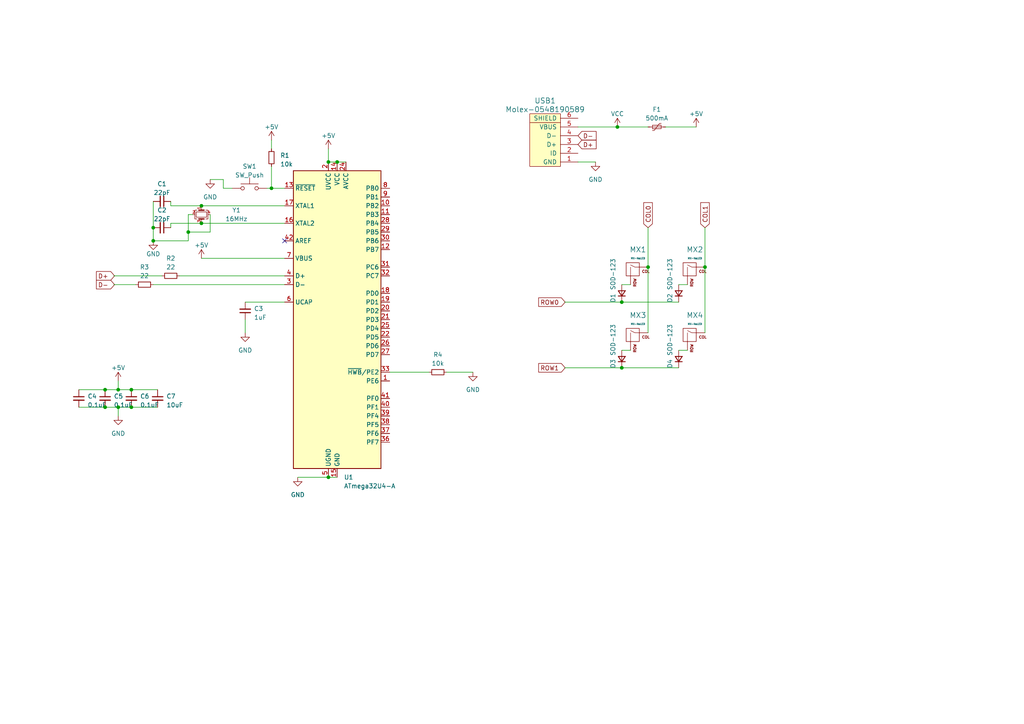
<source format=kicad_sch>
(kicad_sch (version 20230121) (generator eeschema)
  (paper "A4")
  (lib_symbols
    (symbol "Device:C_Small" (pin_numbers hide) (pin_names (offset 0.254) hide)
      (property "Reference" "C" (at 0.254 1.778 0))
      (property "Value" "C_Small" (at 0.254 -2.032 0))
      (symbol "C_Small_0_1"
        (polyline (pts (xy -1.524 -0.508) (xy 1.524 -0.508)) (stroke (width 0.3302)))
        (polyline (pts (xy -1.524 0.508) (xy 1.524 0.508)) (stroke (width 0.3048)))
      )
      (symbol "C_Small_1_1"
        (pin passive line (at 0 2.54 270) (length 2.032) (name "~") (number "1"))
        (pin passive line (at 0 -2.54 90) (length 2.032) (name "~") (number "2"))
      )
    )
    (symbol "Device:Crystal_GND24_Small" (pin_names (offset 1.016) hide)
      (property "Reference" "Y" (at 1.27 4.445 0))
      (property "Value" "Crystal_GND24_Small" (at 1.27 2.54 0))
      (symbol "Crystal_GND24_Small_0_1"
        (rectangle (start -0.762 -1.524) (end 0.762 1.524))
        (polyline (pts (xy -1.27 -0.762) (xy -1.27 0.762)) (stroke (width 0.381)))
        (polyline (pts (xy 1.27 -0.762) (xy 1.27 0.762)) (stroke (width 0.381)))
        (polyline (pts (xy -1.27 -1.27) (xy -1.27 -1.905) (xy 1.27 -1.905) (xy 1.27 -1.27)))
        (polyline (pts (xy -1.27 1.27) (xy -1.27 1.905) (xy 1.27 1.905) (xy 1.27 1.27)))
      )
      (symbol "Crystal_GND24_Small_1_1"
        (pin passive line (at -2.54 0 0) (length 1.27) (name "1") (number "1"))
        (pin passive line (at 0 -2.54 90) (length 0.635) (name "2") (number "2"))
        (pin passive line (at 2.54 0 180) (length 1.27) (name "3") (number "3"))
        (pin passive line (at 0 2.54 270) (length 0.635) (name "4") (number "4"))
      )
    )
    (symbol "Device:D_Small" (pin_numbers hide) (pin_names (offset 0.254) hide)
      (property "Reference" "D" (at -1.27 2.032 0))
      (property "Value" "D_Small" (at -3.81 -2.032 0))
      (symbol "D_Small_0_1"
        (polyline (pts (xy -0.762 -1.016) (xy -0.762 1.016)) (stroke (width 0.254)))
        (polyline (pts (xy -0.762 0) (xy 0.762 0)))
        (polyline (pts (xy 0.762 -1.016) (xy -0.762 0) (xy 0.762 1.016) (xy 0.762 -1.016)) (stroke (width 0.254)))
      )
      (symbol "D_Small_1_1"
        (pin passive line (at -2.54 0 0) (length 1.778) (name "K") (number "1"))
        (pin passive line (at 2.54 0 180) (length 1.778) (name "A") (number "2"))
      )
    )
    (symbol "Device:Polyfuse_Small" (pin_numbers hide) (pin_names (offset 0))
      (property "Reference" "F" (at -1.905 0 90))
      (property "Value" "Polyfuse_Small" (at 1.905 0 90))
      (symbol "Polyfuse_Small_0_1"
        (rectangle (start -0.508 1.27) (end 0.508 -1.27))
        (polyline (pts (xy 0 2.54) (xy 0 -2.54)))
        (polyline (pts (xy -1.016 1.27) (xy -1.016 0.762) (xy 1.016 -0.762) (xy 1.016 -1.27)))
      )
      (symbol "Polyfuse_Small_1_1"
        (pin passive line (at 0 2.54 270) (length 0.635) (name "~") (number "1"))
        (pin passive line (at 0 -2.54 90) (length 0.635) (name "~") (number "2"))
      )
    )
    (symbol "Device:R_Small" (pin_numbers hide) (pin_names (offset 0.254) hide)
      (property "Reference" "R" (at 0.762 0.508 0))
      (property "Value" "R_Small" (at 0.762 -1.016 0))
      (symbol "R_Small_0_1"
        (rectangle (start -0.762 1.778) (end 0.762 -1.778) (stroke (width 0.2032)))
      )
      (symbol "R_Small_1_1"
        (pin passive line (at 0 2.54 270) (length 0.762) (name "~") (number "1"))
        (pin passive line (at 0 -2.54 90) (length 0.762) (name "~") (number "2"))
      )
    )
    (symbol "MCU_Microchip_ATmega:ATmega32U4-A"
      (property "Reference" "U" (at -12.7 44.45 0))
      (property "Value" "ATmega32U4-A" (at 2.54 -44.45 0))
      (symbol "ATmega32U4-A_0_1"
        (rectangle (start -12.7 -43.18) (end 12.7 43.18) (stroke (width 0.254)) (fill (type background)))
      )
      (symbol "ATmega32U4-A_1_1"
        (pin bidirectional line (at 15.24 -17.78 180) (length 2.54) (name "PE6") (number "1"))
        (pin bidirectional line (at 15.24 33.02 180) (length 2.54) (name "PB2") (number "10"))
        (pin bidirectional line (at 15.24 30.48 180) (length 2.54) (name "PB3") (number "11"))
        (pin bidirectional line (at 15.24 20.32 180) (length 2.54) (name "PB7") (number "12"))
        (pin input line (at -15.24 38.1 0) (length 2.54) (name "~{RESET}") (number "13"))
        (pin power_in line (at 0 45.72 270) (length 2.54) (name "VCC") (number "14"))
        (pin power_in line (at 0 -45.72 90) (length 2.54) (name "GND") (number "15"))
        (pin output line (at -15.24 27.94 0) (length 2.54) (name "XTAL2") (number "16"))
        (pin input line (at -15.24 33.02 0) (length 2.54) (name "XTAL1") (number "17"))
        (pin bidirectional line (at 15.24 7.62 180) (length 2.54) (name "PD0") (number "18"))
        (pin bidirectional line (at 15.24 5.08 180) (length 2.54) (name "PD1") (number "19"))
        (pin power_in line (at -2.54 45.72 270) (length 2.54) (name "UVCC") (number "2"))
        (pin bidirectional line (at 15.24 2.54 180) (length 2.54) (name "PD2") (number "20"))
        (pin bidirectional line (at 15.24 0 180) (length 2.54) (name "PD3") (number "21"))
        (pin bidirectional line (at 15.24 -5.08 180) (length 2.54) (name "PD5") (number "22"))
        (pin passive line (at 0 -45.72 90) (length 2.54) hide (name "GND") (number "23"))
        (pin power_in line (at 2.54 45.72 270) (length 2.54) (name "AVCC") (number "24"))
        (pin bidirectional line (at 15.24 -2.54 180) (length 2.54) (name "PD4") (number "25"))
        (pin bidirectional line (at 15.24 -7.62 180) (length 2.54) (name "PD6") (number "26"))
        (pin bidirectional line (at 15.24 -10.16 180) (length 2.54) (name "PD7") (number "27"))
        (pin bidirectional line (at 15.24 27.94 180) (length 2.54) (name "PB4") (number "28"))
        (pin bidirectional line (at 15.24 25.4 180) (length 2.54) (name "PB5") (number "29"))
        (pin bidirectional line (at -15.24 10.16 0) (length 2.54) (name "D-") (number "3"))
        (pin bidirectional line (at 15.24 22.86 180) (length 2.54) (name "PB6") (number "30"))
        (pin bidirectional line (at 15.24 15.24 180) (length 2.54) (name "PC6") (number "31"))
        (pin bidirectional line (at 15.24 12.7 180) (length 2.54) (name "PC7") (number "32"))
        (pin bidirectional line (at 15.24 -15.24 180) (length 2.54) (name "~{HWB}/PE2") (number "33"))
        (pin passive line (at 0 45.72 270) (length 2.54) hide (name "VCC") (number "34"))
        (pin passive line (at 0 -45.72 90) (length 2.54) hide (name "GND") (number "35"))
        (pin bidirectional line (at 15.24 -35.56 180) (length 2.54) (name "PF7") (number "36"))
        (pin bidirectional line (at 15.24 -33.02 180) (length 2.54) (name "PF6") (number "37"))
        (pin bidirectional line (at 15.24 -30.48 180) (length 2.54) (name "PF5") (number "38"))
        (pin bidirectional line (at 15.24 -27.94 180) (length 2.54) (name "PF4") (number "39"))
        (pin bidirectional line (at -15.24 12.7 0) (length 2.54) (name "D+") (number "4"))
        (pin bidirectional line (at 15.24 -25.4 180) (length 2.54) (name "PF1") (number "40"))
        (pin bidirectional line (at 15.24 -22.86 180) (length 2.54) (name "PF0") (number "41"))
        (pin passive line (at -15.24 22.86 0) (length 2.54) (name "AREF") (number "42"))
        (pin passive line (at 0 -45.72 90) (length 2.54) hide (name "GND") (number "43"))
        (pin passive line (at 2.54 45.72 270) (length 2.54) hide (name "AVCC") (number "44"))
        (pin passive line (at -2.54 -45.72 90) (length 2.54) (name "UGND") (number "5"))
        (pin passive line (at -15.24 5.08 0) (length 2.54) (name "UCAP") (number "6"))
        (pin input line (at -15.24 17.78 0) (length 2.54) (name "VBUS") (number "7"))
        (pin bidirectional line (at 15.24 38.1 180) (length 2.54) (name "PB0") (number "8"))
        (pin bidirectional line (at 15.24 35.56 180) (length 2.54) (name "PB1") (number "9"))
      )
    )
    (symbol "MX_Alps_Hybrid:MX-NoLED" (pin_names (offset 1.016))
      (property "Reference" "MX" (at -0.635 3.81 0))
      (property "Value" "MX-NoLED" (at -0.635 1.27 0))
      (symbol "MX-NoLED_0_0"
        (rectangle (start -2.54 2.54) (end 1.27 -1.27))
        (polyline (pts (xy -1.27 -1.27) (xy -1.27 1.27)) (stroke (width 0.127)))
        (polyline (pts (xy 1.27 1.27) (xy 0 1.27) (xy -1.27 1.905)) (stroke (width 0.127)))
        (text "COL" (at 3.175 0 0) (effects (font (size 0.762 0.762))))
        (text "ROW" (at 0 -1.905 900) (effects (font (size 0.762 0.762)) (justify right)))
      )
      (symbol "MX-NoLED_1_1"
        (pin passive line (at 3.81 1.27 180) (length 2.54) (name "COL") (number "1"))
        (pin passive line (at -1.27 -3.81 90) (length 2.54) (name "ROW") (number "2"))
      )
    )
    (symbol "Switch:SW_Push" (pin_numbers hide) (pin_names (offset 1.016) hide)
      (property "Reference" "SW" (at 1.27 2.54 0))
      (property "Value" "SW_Push" (at 0 -1.524 0))
      (symbol "SW_Push_0_1"
        (circle (center -2.032 0) (radius 0.508))
        (polyline (pts (xy 0 1.27) (xy 0 3.048)))
        (polyline (pts (xy 2.54 1.27) (xy -2.54 1.27)))
        (circle (center 2.032 0) (radius 0.508))
        (pin passive line (at -5.08 0 0) (length 2.54) (name "1") (number "1"))
        (pin passive line (at 5.08 0 180) (length 2.54) (name "2") (number "2"))
      )
    )
    (symbol "power:+5V" (power) (pin_names (offset 0))
      (property "Value" "+5V" (at 0 3.556 0))
      (symbol "+5V_0_1"
        (polyline (pts (xy -0.762 1.27) (xy 0 2.54)))
        (polyline (pts (xy 0 0) (xy 0 2.54)))
        (polyline (pts (xy 0 2.54) (xy 0.762 1.27)))
      )
      (symbol "+5V_1_1"
        (pin power_in line (at 0 0 90) (length 0) hide (name "+5V") (number "1"))
      )
    )
    (symbol "power:GND" (power) (pin_names (offset 0))
      (property "Value" "GND" (at 0 -3.81 0))
      (symbol "GND_0_1"
        (polyline (pts (xy 0 0) (xy 0 -1.27) (xy 1.27 -1.27) (xy 0 -2.54) (xy -1.27 -1.27) (xy 0 -1.27)))
      )
      (symbol "GND_1_1"
        (pin power_in line (at 0 0 270) (length 0) hide (name "GND") (number "1"))
      )
    )
    (symbol "power:VCC" (power) (pin_names (offset 0))
      (property "Value" "VCC" (at 0 3.81 0))
      (symbol "VCC_0_1"
        (polyline (pts (xy -0.762 1.27) (xy 0 2.54)))
        (polyline (pts (xy 0 0) (xy 0 2.54)))
        (polyline (pts (xy 0 2.54) (xy 0.762 1.27)))
      )
      (symbol "VCC_1_1"
        (pin power_in line (at 0 0 90) (length 0) hide (name "VCC") (number "1"))
      )
    )
    (symbol "random-keyboard-parts:Molex-0548190589" (pin_names (offset 1.016))
      (property "Reference" "USB" (at 0 7.62 0))
      (property "Value" "Molex-0548190589" (at 0 10.16 0))
      (symbol "Molex-0548190589_0_0"
        (polyline (pts (xy 6.35 -2.54) (xy 6.35 6.35)))
        (rectangle (start 8.89 -2.54) (end -6.35 6.35) (fill (type background)))
      )
      (symbol "Molex-0548190589_1_1"
        (pin input line (at -5.08 -7.62 90) (length 5.08) (name "GND") (number "1"))
        (pin input line (at -2.54 -7.62 90) (length 5.08) (name "ID") (number "2"))
        (pin input line (at 0 -7.62 90) (length 5.08) (name "D+") (number "3"))
        (pin input line (at 2.54 -7.62 90) (length 5.08) (name "D-") (number "4"))
        (pin input line (at 5.08 -7.62 90) (length 5.08) (name "VBUS") (number "5"))
        (pin input line (at 7.62 -7.62 90) (length 5.08) (name "SHIELD") (number "6"))
      )
    )
  )
  (junction (at 34.29 113.03))
  (junction (at 38.1 113.03))
  (junction (at 54.61 67.31))
  (junction (at 187.96 77.47))
  (junction (at 30.48 113.03))
  (junction (at 78.74 54.61))
  (junction (at 204.47 77.47))
  (junction (at 95.25 46.99))
  (junction (at 38.1 118.11))
  (junction (at 34.29 118.11))
  (junction (at 44.45 66.04))
  (junction (at 180.34 87.63))
  (junction (at 30.48 118.11))
  (junction (at 95.25 138.43))
  (junction (at 58.42 64.77))
  (junction (at 58.42 59.69))
  (junction (at 97.79 46.99))
  (junction (at 180.34 106.68))
  (junction (at 44.45 69.85))
  (junction (at 179.07 36.83))
  (no_connect (at 82.55 69.85))
  (wire (pts (xy 44.45 69.85) (xy 54.61 69.85)))
  (wire (pts (xy 44.45 58.42) (xy 44.45 66.04)))
  (wire (pts (xy 204.47 66.04) (xy 204.47 77.47)))
  (wire (pts (xy 129.54 107.95) (xy 137.16 107.95)))
  (wire (pts (xy 60.96 62.23) (xy 60.96 67.31)))
  (wire (pts (xy 187.96 77.47) (xy 187.96 66.04)))
  (wire (pts (xy 54.61 62.23) (xy 54.61 67.31)))
  (wire (pts (xy 187.96 96.52) (xy 187.96 77.47)))
  (wire (pts (xy 49.53 64.77) (xy 49.53 66.04)))
  (wire (pts (xy 97.79 46.99) (xy 95.25 46.99)))
  (wire (pts (xy 77.47 54.61) (xy 78.74 54.61)))
  (wire (pts (xy 196.85 101.6) (xy 199.39 101.6)))
  (wire (pts (xy 86.36 138.43) (xy 95.25 138.43)))
  (wire (pts (xy 44.45 66.04) (xy 44.45 69.85)))
  (wire (pts (xy 204.47 77.47) (xy 204.47 96.52)))
  (wire (pts (xy 58.42 59.69) (xy 82.55 59.69)))
  (wire (pts (xy 180.34 106.68) (xy 196.85 106.68)))
  (wire (pts (xy 34.29 118.11) (xy 38.1 118.11)))
  (wire (pts (xy 30.48 118.11) (xy 34.29 118.11)))
  (wire (pts (xy 78.74 54.61) (xy 82.55 54.61)))
  (wire (pts (xy 78.74 48.26) (xy 78.74 54.61)))
  (wire (pts (xy 22.86 113.03) (xy 30.48 113.03)))
  (wire (pts (xy 67.31 54.61) (xy 64.77 54.61)))
  (wire (pts (xy 193.04 36.83) (xy 201.93 36.83)))
  (wire (pts (xy 58.42 59.69) (xy 49.53 59.69)))
  (wire (pts (xy 49.53 59.69) (xy 49.53 58.42)))
  (wire (pts (xy 180.34 101.6) (xy 182.88 101.6)))
  (wire (pts (xy 58.42 74.93) (xy 82.55 74.93)))
  (wire (pts (xy 179.07 36.83) (xy 187.96 36.83)))
  (wire (pts (xy 64.77 52.07) (xy 60.96 52.07)))
  (wire (pts (xy 54.61 67.31) (xy 54.61 69.85)))
  (wire (pts (xy 113.03 107.95) (xy 124.46 107.95)))
  (wire (pts (xy 58.42 64.77) (xy 82.55 64.77)))
  (wire (pts (xy 71.12 87.63) (xy 82.55 87.63)))
  (wire (pts (xy 163.83 87.63) (xy 180.34 87.63)))
  (wire (pts (xy 100.33 46.99) (xy 97.79 46.99)))
  (wire (pts (xy 71.12 92.71) (xy 71.12 96.52)))
  (wire (pts (xy 30.48 113.03) (xy 34.29 113.03)))
  (wire (pts (xy 58.42 64.77) (xy 49.53 64.77)))
  (wire (pts (xy 167.64 36.83) (xy 179.07 36.83)))
  (wire (pts (xy 180.34 82.55) (xy 182.88 82.55)))
  (wire (pts (xy 52.07 80.01) (xy 82.55 80.01)))
  (wire (pts (xy 78.74 40.64) (xy 78.74 43.18)))
  (wire (pts (xy 38.1 118.11) (xy 45.72 118.11)))
  (wire (pts (xy 167.64 46.99) (xy 172.72 46.99)))
  (wire (pts (xy 34.29 118.11) (xy 34.29 120.65)))
  (wire (pts (xy 196.85 82.55) (xy 199.39 82.55)))
  (wire (pts (xy 95.25 138.43) (xy 97.79 138.43)))
  (wire (pts (xy 55.88 62.23) (xy 54.61 62.23)))
  (wire (pts (xy 95.25 43.18) (xy 95.25 46.99)))
  (wire (pts (xy 34.29 110.49) (xy 34.29 113.03)))
  (wire (pts (xy 44.45 82.55) (xy 82.55 82.55)))
  (wire (pts (xy 163.83 106.68) (xy 180.34 106.68)))
  (wire (pts (xy 60.96 67.31) (xy 54.61 67.31)))
  (wire (pts (xy 180.34 87.63) (xy 196.85 87.63)))
  (wire (pts (xy 64.77 54.61) (xy 64.77 52.07)))
  (wire (pts (xy 34.29 113.03) (xy 38.1 113.03)))
  (wire (pts (xy 22.86 118.11) (xy 30.48 118.11)))
  (wire (pts (xy 33.02 80.01) (xy 46.99 80.01)))
  (wire (pts (xy 38.1 113.03) (xy 45.72 113.03)))
  (wire (pts (xy 33.02 82.55) (xy 39.37 82.55)))
  (global_label "D-" (shape output) (at 27.94 82.55 0) (property "Intersheetrefs" "${INTERSHEET_REFS}" (effects hide)))
  (global_label "COL0" (shape input) (at 187.96 66.04 90) (property "Intersheetrefs" "${INTERSHEET_REFS}" (effects hide)))
  (global_label "COL1" (shape input) (at 204.47 66.04 90) (property "Intersheetrefs" "${INTERSHEET_REFS}" (effects hide)))
  (global_label "D+" (shape input) (at 167.64 41.91 0) (property "Intersheetrefs" "${INTERSHEET_REFS}" (effects hide)))
  (global_label "ROW0" (shape output) (at 156.21 87.63 0) (property "Intersheetrefs" "${INTERSHEET_REFS}" (effects hide)))
  (global_label "ROW1" (shape output) (at 156.21 106.68 0) (property "Intersheetrefs" "${INTERSHEET_REFS}" (effects hide)))
  (global_label "D-" (shape input) (at 167.64 39.37 0) (property "Intersheetrefs" "${INTERSHEET_REFS}" (effects hide)))
  (global_label "D+" (shape output) (at 27.94 80.01 0) (property "Intersheetrefs" "${INTERSHEET_REFS}" (effects hide)))
  (symbol (lib_id "MX_Alps_Hybrid:MX-NoLED") (at 200.66 97.79 0) (unit 1)
    (property "Reference" "MX4" (at 201.5432 91.44 0) (effects (font (size 1.524 1.524))))
    (property "Value" "MX-NoLED" (at 201.5432 93.98 0) (effects (font (size 0.508 0.508))))
    (property "Footprint" "MX_Alps_Hybrid:MX-1U" (effects hide))
  )
  (symbol (lib_id "Device:R_Small") (at 127 107.95 90) (unit 1)
    (property "Reference" "R4" (at 127 102.87 90))
    (property "Value" "10k" (at 127 105.41 90))
    (property "Footprint" "Resistor_SMD:R_0805_2012Metric" (effects hide))
  )
  (symbol (lib_id "power:GND") (at 71.12 96.52 0) (unit 1)
    (property "Reference" "#PWR09" (effects hide))
    (property "Value" "GND" (at 71.12 101.6 0))
  )
  (symbol (lib_id "Device:D_Small") (at 196.85 104.14 90) (unit 1)
    (property "Reference" "D4" (at 194.31 104.14 0) (effects (justify right)))
    (property "Value" "SOD-123" (at 194.31 93.98 0) (effects (justify right)))
    (property "Footprint" "Diode_SMD:D_SOD-123" (effects hide))
    (property "Sim.Device" "D" (effects hide))
    (property "Sim.Pins" "1=K 2=A" (effects hide))
  )
  (symbol (lib_id "Device:C_Small") (at 46.99 58.42 270) (unit 1)
    (property "Reference" "C1" (at 46.9836 53.34 90))
    (property "Value" "22pF" (at 46.9836 55.88 90))
    (property "Footprint" "Capacitor_SMD:C_0805_2012Metric" (effects hide))
  )
  (symbol (lib_id "power:+5V") (at 201.93 36.83 0) (unit 1)
    (property "Reference" "#PWR02" (effects hide))
    (property "Value" "+5V" (at 201.93 33.02 0))
  )
  (symbol (lib_id "Switch:SW_Push") (at 72.39 54.61 0) (unit 1)
    (property "Reference" "SW1" (at 72.39 48.26 0))
    (property "Value" "SW_Push" (at 72.39 50.8 0))
    (property "Footprint" "random-keyboard-parts:SKQG-1155865" (effects hide))
  )
  (symbol (lib_id "MCU_Microchip_ATmega:ATmega32U4-A") (at 97.79 92.71 0) (unit 1)
    (property "Reference" "U1" (at 99.7459 138.43 0) (effects (justify left)))
    (property "Value" "ATmega32U4-A" (at 99.7459 140.97 0) (effects (justify left)))
    (property "Footprint" "Package_QFP:TQFP-44_10x10mm_P0.8mm" (effects hide))
    (property "Datasheet" "http://ww1.microchip.com/downloads/en/DeviceDoc/Atmel-7766-8-bit-AVR-ATmega16U4-32U4_Datasheet.pdf" (effects hide))
  )
  (symbol (lib_id "Device:R_Small") (at 49.53 80.01 90) (unit 1)
    (property "Reference" "R2" (at 49.53 74.93 90))
    (property "Value" "22" (at 49.53 77.47 90))
    (property "Footprint" "Resistor_SMD:R_0805_2012Metric" (effects hide))
  )
  (symbol (lib_id "Device:C_Small") (at 46.99 66.04 270) (unit 1)
    (property "Reference" "C2" (at 46.9836 60.96 90))
    (property "Value" "22pF" (at 46.9836 63.5 90))
    (property "Footprint" "Capacitor_SMD:C_0805_2012Metric" (effects hide))
  )
  (symbol (lib_id "random-keyboard-parts:Molex-0548190589") (at 160.02 41.91 90) (unit 1)
    (property "Reference" "USB1" (at 158.115 29.21 90) (effects (font (size 1.524 1.524))))
    (property "Value" "Molex-0548190589" (at 158.115 31.75 90) (effects (font (size 1.524 1.524))))
    (property "Footprint" "random-keyboard-parts:Molex-0548190589" (effects hide))
  )
  (symbol (lib_id "power:VCC") (at 179.07 36.83 0) (unit 1)
    (property "Reference" "#PWR01" (effects hide))
    (property "Value" "VCC" (at 179.07 33.02 0))
  )
  (symbol (lib_id "Device:Crystal_GND24_Small") (at 58.42 62.23 270) (unit 1)
    (property "Reference" "Y1" (at 68.58 60.96 90))
    (property "Value" "16MHz" (at 68.58 63.5 90))
    (property "Footprint" "Crystal:Crystal_SMD_3225-4Pin_3.2x2.5mm" (effects hide))
  )
  (symbol (lib_id "power:GND") (at 60.96 52.07 0) (unit 1)
    (property "Reference" "#PWR06" (effects hide))
    (property "Value" "GND" (at 60.96 57.15 0))
  )
  (symbol (lib_id "MX_Alps_Hybrid:MX-NoLED") (at 184.15 78.74 0) (unit 1)
    (property "Reference" "MX1" (at 185.0332 72.39 0) (effects (font (size 1.524 1.524))))
    (property "Value" "MX-NoLED" (at 185.0332 74.93 0) (effects (font (size 0.508 0.508))))
    (property "Footprint" "MX_Alps_Hybrid:MX-1U" (effects hide))
  )
  (symbol (lib_id "MX_Alps_Hybrid:MX-NoLED") (at 184.15 97.79 0) (unit 1)
    (property "Reference" "MX3" (at 185.0332 91.44 0) (effects (font (size 1.524 1.524))))
    (property "Value" "MX-NoLED" (at 185.0332 93.98 0) (effects (font (size 0.508 0.508))))
    (property "Footprint" "MX_Alps_Hybrid:MX-1U" (effects hide))
  )
  (symbol (lib_id "Device:C_Small") (at 45.72 115.57 0) (unit 1)
    (property "Reference" "C7" (at 48.26 114.9413 0) (effects (justify left)))
    (property "Value" "10uF" (at 48.26 117.4813 0) (effects (justify left)))
    (property "Footprint" "Capacitor_SMD:C_0805_2012Metric" (effects hide))
  )
  (symbol (lib_id "power:GND") (at 172.72 46.99 0) (unit 1)
    (property "Reference" "#PWR05" (effects hide))
    (property "Value" "GND" (at 172.72 52.07 0))
  )
  (symbol (lib_id "Device:R_Small") (at 41.91 82.55 90) (unit 1)
    (property "Reference" "R3" (at 41.91 77.47 90))
    (property "Value" "22" (at 41.91 80.01 90))
    (property "Footprint" "Resistor_SMD:R_0805_2012Metric" (effects hide))
  )
  (symbol (lib_id "power:+5V") (at 95.25 43.18 0) (unit 1)
    (property "Reference" "#PWR04" (effects hide))
    (property "Value" "+5V" (at 95.25 39.37 0))
  )
  (symbol (lib_id "Device:D_Small") (at 180.34 104.14 90) (unit 1)
    (property "Reference" "D3" (at 177.8 104.14 0) (effects (justify right)))
    (property "Value" "SOD-123" (at 177.8 93.98 0) (effects (justify right)))
    (property "Footprint" "Diode_SMD:D_SOD-123" (effects hide))
    (property "Sim.Device" "D" (effects hide))
    (property "Sim.Pins" "1=K 2=A" (effects hide))
  )
  (symbol (lib_id "Device:C_Small") (at 71.12 90.17 180) (unit 1)
    (property "Reference" "C3" (at 73.66 89.5286 0) (effects (justify right)))
    (property "Value" "1uF" (at 73.66 92.0686 0) (effects (justify right)))
    (property "Footprint" "Capacitor_SMD:C_0805_2012Metric" (effects hide))
  )
  (symbol (lib_id "power:+5V") (at 34.29 110.49 0) (unit 1)
    (property "Reference" "#PWR011" (effects hide))
    (property "Value" "+5V" (at 34.29 106.68 0))
  )
  (symbol (lib_id "power:+5V") (at 78.74 40.64 0) (unit 1)
    (property "Reference" "#PWR03" (effects hide))
    (property "Value" "+5V" (at 78.74 36.83 0))
  )
  (symbol (lib_id "Device:C_Small") (at 38.1 115.57 0) (unit 1)
    (property "Reference" "C6" (at 40.64 114.9413 0) (effects (justify left)))
    (property "Value" "0.1uF" (at 40.64 117.4813 0) (effects (justify left)))
    (property "Footprint" "Capacitor_SMD:C_0805_2012Metric" (effects hide))
  )
  (symbol (lib_id "Device:D_Small") (at 180.34 85.09 90) (unit 1)
    (property "Reference" "D1" (at 177.8 85.09 0) (effects (justify right)))
    (property "Value" "SOD-123" (at 177.8 74.93 0) (effects (justify right)))
    (property "Footprint" "Diode_SMD:D_SOD-123" (effects hide))
    (property "Sim.Device" "D" (effects hide))
    (property "Sim.Pins" "1=K 2=A" (effects hide))
  )
  (symbol (lib_id "power:+5V") (at 58.42 74.93 0) (unit 1)
    (property "Reference" "#PWR08" (effects hide))
    (property "Value" "+5V" (at 58.42 71.12 0))
  )
  (symbol (lib_id "power:GND") (at 34.29 120.65 0) (unit 1)
    (property "Reference" "#PWR012" (effects hide))
    (property "Value" "GND" (at 34.29 125.73 0))
  )
  (symbol (lib_id "power:GND") (at 86.36 138.43 0) (unit 1)
    (property "Reference" "#PWR013" (effects hide))
    (property "Value" "GND" (at 86.36 143.51 0))
  )
  (symbol (lib_id "power:GND") (at 137.16 107.95 0) (unit 1)
    (property "Reference" "#PWR010" (effects hide))
    (property "Value" "GND" (at 137.16 113.03 0))
  )
  (symbol (lib_id "Device:D_Small") (at 196.85 85.09 90) (unit 1)
    (property "Reference" "D2" (at 194.31 85.09 0) (effects (justify right)))
    (property "Value" "SOD-123" (at 194.31 74.93 0) (effects (justify right)))
    (property "Footprint" "Diode_SMD:D_SOD-123" (effects hide))
    (property "Sim.Device" "D" (effects hide))
    (property "Sim.Pins" "1=K 2=A" (effects hide))
  )
  (symbol (lib_id "Device:C_Small") (at 22.86 115.57 0) (unit 1)
    (property "Reference" "C4" (at 25.4 114.9413 0) (effects (justify left)))
    (property "Value" "0.1uF" (at 25.4 117.4813 0) (effects (justify left)))
    (property "Footprint" "Capacitor_SMD:C_0805_2012Metric" (effects hide))
  )
  (symbol (lib_id "Device:Polyfuse_Small") (at 190.5 36.83 90) (unit 1)
    (property "Reference" "F1" (at 190.5 31.75 90))
    (property "Value" "500mA" (at 190.5 34.29 90))
    (property "Footprint" "Fuse:Fuse_1206_3216Metric" (effects hide))
  )
  (symbol (lib_id "power:GND") (at 44.45 69.85 0) (unit 1)
    (property "Reference" "#PWR07" (effects hide))
    (property "Value" "GND" (at 44.45 73.66 0))
  )
  (symbol (lib_id "MX_Alps_Hybrid:MX-NoLED") (at 200.66 78.74 0) (unit 1)
    (property "Reference" "MX2" (at 201.5432 72.39 0) (effects (font (size 1.524 1.524))))
    (property "Value" "MX-NoLED" (at 201.5432 74.93 0) (effects (font (size 0.508 0.508))))
    (property "Footprint" "MX_Alps_Hybrid:MX-1U" (effects hide))
  )
  (symbol (lib_id "Device:R_Small") (at 78.74 45.72 0) (unit 1)
    (property "Reference" "R1" (at 81.28 45.085 0) (effects (justify left)))
    (property "Value" "10k" (at 81.28 47.625 0) (effects (justify left)))
    (property "Footprint" "Resistor_SMD:R_0805_2012Metric" (effects hide))
  )
  (symbol (lib_id "Device:C_Small") (at 30.48 115.57 0) (unit 1)
    (property "Reference" "C5" (at 33.02 114.9413 0) (effects (justify left)))
    (property "Value" "0.1uF" (at 33.02 117.4813 0) (effects (justify left)))
    (property "Footprint" "Capacitor_SMD:C_0805_2012Metric" (effects hide))
  )
)
</source>
